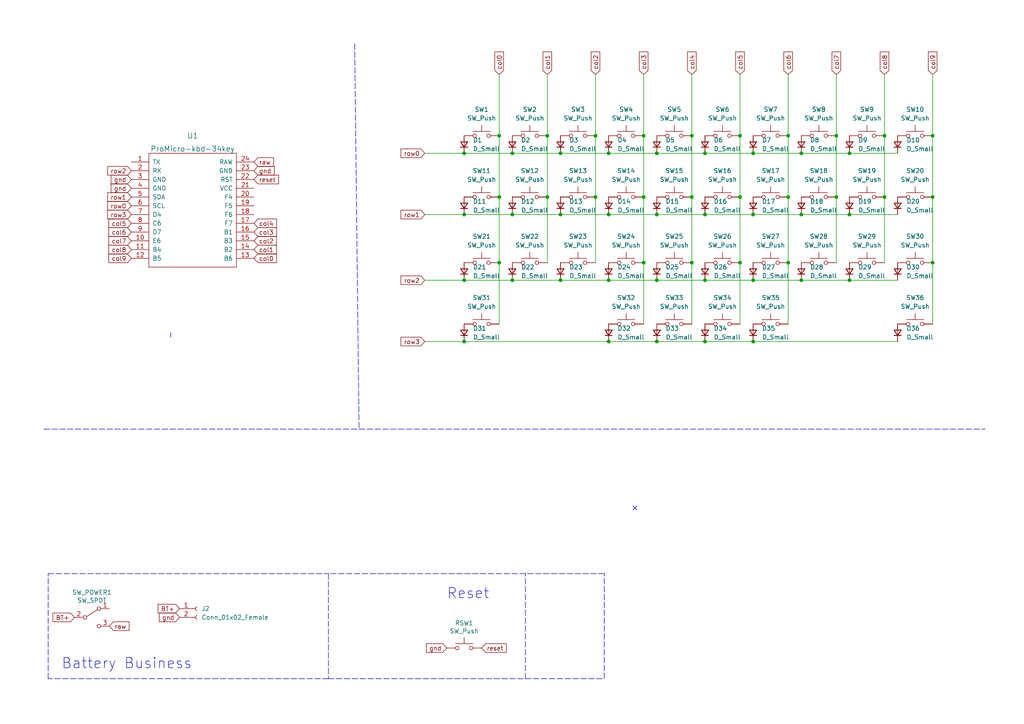
<source format=kicad_sch>
(kicad_sch (version 20211123) (generator eeschema)
  (paper "A4")
  (lib_symbols
    (symbol "Connector:Conn_01x02_Female" (pin_names (offset 1.016) hide)
      (property "Reference" "J" (at 0 2.54 0))
      (property "Value" "Conn_01x02_Female" (at 0 -5.08 0))
      (symbol "Conn_01x02_Female_1_1"
        (arc (start 0 -2.032) (mid -0.508 -2.54) (end 0 -3.048) (stroke (width 0.1524)))
        (polyline (pts (xy -1.27 -2.54) (xy -0.508 -2.54)) (stroke (width 0.1524)))
        (polyline (pts (xy -1.27 0) (xy -0.508 0)) (stroke (width 0.1524)))
        (arc (start 0 0.508) (mid -0.508 0) (end 0 -0.508) (stroke (width 0.1524)))
        (pin passive line (at -5.08 0 0) (length 3.81) (name "Pin_1") (number "1"))
        (pin passive line (at -5.08 -2.54 0) (length 3.81) (name "Pin_2") (number "2"))
      )
    )
    (symbol "ENDGAME_UWU_Gatekeeper_stuff:D_Small" (pin_numbers hide) (pin_names (offset 0.254) hide)
      (property "Reference" "D4" (at 1.778 1.1684 90))
      (property "Value" "D_Small" (at 1.778 -1.143 90))
      (symbol "D_Small_0_1"
        (polyline (pts (xy -0.762 -1.016) (xy -0.762 1.016)) (stroke (width 0.254)))
        (polyline (pts (xy -0.762 0) (xy 0.762 0)))
        (polyline (pts (xy 0.762 -1.016) (xy -0.762 0) (xy 0.762 1.016) (xy 0.762 -1.016)) (stroke (width 0.254)))
      )
      (symbol "D_Small_1_1"
        (pin passive line (at -2.54 0 0) (length 1.778) (name "K") (number "1"))
        (pin passive line (at 2.54 0 180) (length 1.778) (name "A") (number "2"))
      )
    )
    (symbol "ENDGAME_UWU_Gatekeeper_stuff:ProMicro-kbd-34key" (pin_names (offset 1.016))
      (property "Reference" "U" (at 0 24.13 0))
      (property "Value" "ProMicro-kbd-34key" (at 0 -13.97 0))
      (symbol "ProMicro-kbd-34key_0_1"
        (rectangle (start -12.7 21.59) (end 12.7 -11.43))
      )
      (symbol "ProMicro-kbd-34key_1_1"
        (pin bidirectional line (at -17.78 19.05 0) (length 5.08) (name "TX") (number "1"))
        (pin bidirectional line (at -17.78 -3.81 0) (length 5.08) (name "E6") (number "10"))
        (pin bidirectional line (at -17.78 -6.35 0) (length 5.08) (name "B4") (number "11"))
        (pin bidirectional line (at -17.78 -8.89 0) (length 5.08) (name "B5") (number "12"))
        (pin bidirectional line (at 17.78 -8.89 180) (length 5.08) (name "B6") (number "13"))
        (pin bidirectional line (at 17.78 -6.35 180) (length 5.08) (name "B2") (number "14"))
        (pin bidirectional line (at 17.78 -3.81 180) (length 5.08) (name "B3") (number "15"))
        (pin bidirectional line (at 17.78 -1.27 180) (length 5.08) (name "B1") (number "16"))
        (pin bidirectional line (at 17.78 1.27 180) (length 5.08) (name "F7") (number "17"))
        (pin bidirectional line (at 17.78 3.81 180) (length 5.08) (name "F6") (number "18"))
        (pin bidirectional line (at 17.78 6.35 180) (length 5.08) (name "F5") (number "19"))
        (pin bidirectional line (at -17.78 16.51 0) (length 5.08) (name "RX") (number "2"))
        (pin bidirectional line (at 17.78 8.89 180) (length 5.08) (name "F4") (number "20"))
        (pin power_in line (at 17.78 11.43 180) (length 5.08) (name "VCC") (number "21"))
        (pin input line (at 17.78 13.97 180) (length 5.08) (name "RST") (number "22"))
        (pin power_in line (at 17.78 16.51 180) (length 5.08) (name "GND") (number "23"))
        (pin power_out line (at 17.78 19.05 180) (length 5.08) (name "RAW") (number "24"))
        (pin power_in line (at -17.78 13.97 0) (length 5.08) (name "GND") (number "3"))
        (pin power_in line (at -17.78 11.43 0) (length 5.08) (name "GND") (number "4"))
        (pin bidirectional line (at -17.78 8.89 0) (length 5.08) (name "SDA") (number "5"))
        (pin bidirectional line (at -17.78 6.35 0) (length 5.08) (name "SCL") (number "6"))
        (pin bidirectional line (at -17.78 3.81 0) (length 5.08) (name "D4") (number "7"))
        (pin bidirectional line (at -17.78 1.27 0) (length 5.08) (name "C6") (number "8"))
        (pin bidirectional line (at -17.78 -1.27 0) (length 5.08) (name "D7") (number "9"))
      )
    )
    (symbol "ENDGAME_UWU_Gatekeeper_stuff:SW_Push" (pin_numbers hide) (pin_names (offset 1.016) hide)
      (property "Reference" "SW" (at 1.27 2.54 0))
      (property "Value" "SW_Push" (at 0 -1.524 0))
      (symbol "SW_Push_0_1"
        (circle (center -2.032 0) (radius 0.508))
        (polyline (pts (xy 0 1.27) (xy 0 3.048)))
        (polyline (pts (xy 2.54 1.27) (xy -2.54 1.27)))
        (circle (center 2.032 0) (radius 0.508))
        (pin passive line (at -5.08 0 0) (length 2.54) (name "1") (number "1"))
        (pin passive line (at 5.08 0 180) (length 2.54) (name "2") (number "2"))
      )
    )
    (symbol "Switch:SW_Push" (pin_numbers hide) (pin_names (offset 1.016) hide)
      (property "Reference" "SW" (at 1.27 2.54 0))
      (property "Value" "SW_Push" (at 0 -1.524 0))
      (symbol "SW_Push_0_1"
        (circle (center -2.032 0) (radius 0.508))
        (polyline (pts (xy 0 1.27) (xy 0 3.048)))
        (polyline (pts (xy 2.54 1.27) (xy -2.54 1.27)))
        (circle (center 2.032 0) (radius 0.508))
        (pin passive line (at -5.08 0 0) (length 2.54) (name "1") (number "1"))
        (pin passive line (at 5.08 0 180) (length 2.54) (name "2") (number "2"))
      )
    )
    (symbol "Switch:SW_SPDT" (pin_names (offset 0) hide)
      (property "Reference" "SW" (at 0 4.318 0))
      (property "Value" "SW_SPDT" (at 0 -5.08 0))
      (symbol "SW_SPDT_0_0"
        (circle (center -2.032 0) (radius 0.508))
        (circle (center 2.032 -2.54) (radius 0.508))
      )
      (symbol "SW_SPDT_0_1"
        (polyline (pts (xy -1.524 0.254) (xy 1.651 2.286)))
        (circle (center 2.032 2.54) (radius 0.508))
      )
      (symbol "SW_SPDT_1_1"
        (pin passive line (at 5.08 2.54 180) (length 2.54) (name "A") (number "1"))
        (pin passive line (at -5.08 0 0) (length 2.54) (name "B") (number "2"))
        (pin passive line (at 5.08 -2.54 180) (length 2.54) (name "C") (number "3"))
      )
    )
  )
  (junction (at 134.62 81.28))
  (junction (at 232.41 62.23))
  (junction (at 228.6 57.15))
  (junction (at 270.51 76.2))
  (junction (at 162.56 44.45))
  (junction (at 176.53 44.45))
  (junction (at 242.57 39.37))
  (junction (at 176.53 99.06))
  (junction (at 186.69 57.15))
  (junction (at 256.54 57.15))
  (junction (at 144.78 76.2))
  (junction (at 162.56 81.28))
  (junction (at 148.59 44.45))
  (junction (at 218.44 99.06))
  (junction (at 176.53 81.28))
  (junction (at 228.6 76.2))
  (junction (at 214.63 76.2))
  (junction (at 144.78 39.37))
  (junction (at 186.69 76.2))
  (junction (at 204.47 62.23))
  (junction (at 134.62 44.45))
  (junction (at 200.66 39.37))
  (junction (at 134.62 99.06))
  (junction (at 246.38 62.23))
  (junction (at 218.44 81.28))
  (junction (at 270.51 39.37))
  (junction (at 162.56 62.23))
  (junction (at 270.51 57.15))
  (junction (at 218.44 62.23))
  (junction (at 190.5 81.28))
  (junction (at 148.59 81.28))
  (junction (at 144.78 57.15))
  (junction (at 204.47 44.45))
  (junction (at 134.62 62.23))
  (junction (at 200.66 76.2))
  (junction (at 158.75 39.37))
  (junction (at 190.5 99.06))
  (junction (at 246.38 44.45))
  (junction (at 186.69 39.37))
  (junction (at 232.41 81.28))
  (junction (at 214.63 39.37))
  (junction (at 204.47 81.28))
  (junction (at 200.66 57.15))
  (junction (at 172.72 57.15))
  (junction (at 148.59 62.23))
  (junction (at 232.41 44.45))
  (junction (at 190.5 44.45))
  (junction (at 256.54 39.37))
  (junction (at 190.5 62.23))
  (junction (at 228.6 39.37))
  (junction (at 158.75 57.15))
  (junction (at 242.57 57.15))
  (junction (at 176.53 62.23))
  (junction (at 218.44 44.45))
  (junction (at 172.72 39.37))
  (junction (at 246.38 81.28))
  (junction (at 214.63 57.15))
  (junction (at 204.47 99.06))
  (no_connect (at 184.15 147.32))
  (wire (pts (xy 176.53 62.23) (xy 190.5 62.23)))
  (wire (pts (xy 246.38 62.23) (xy 260.35 62.23)))
  (wire (pts (xy 214.63 76.2) (xy 214.63 93.98)))
  (polyline (pts (xy 13.97 196.85) (xy 13.97 166.37)))
  (wire (pts (xy 186.69 57.15) (xy 186.69 76.2)))
  (wire (pts (xy 214.63 39.37) (xy 214.63 57.15)))
  (wire (pts (xy 158.75 57.15) (xy 158.75 76.2)))
  (wire (pts (xy 270.51 57.15) (xy 270.51 76.2)))
  (wire (pts (xy 148.59 62.23) (xy 162.56 62.23)))
  (wire (pts (xy 228.6 76.2) (xy 228.6 93.98)))
  (wire (pts (xy 134.62 44.45) (xy 148.59 44.45)))
  (polyline (pts (xy 13.97 166.37) (xy 95.25 166.37)))
  (wire (pts (xy 172.72 21.59) (xy 172.72 39.37)))
  (wire (pts (xy 148.59 44.45) (xy 162.56 44.45)))
  (polyline (pts (xy 95.25 196.85) (xy 13.97 196.85)))
  (polyline (pts (xy 49.53 97.79) (xy 49.53 96.52)))
  (wire (pts (xy 158.75 39.37) (xy 158.75 57.15)))
  (wire (pts (xy 228.6 21.59) (xy 228.6 39.37)))
  (wire (pts (xy 246.38 44.45) (xy 260.35 44.45)))
  (polyline (pts (xy 152.4 196.85) (xy 152.4 166.37)))
  (wire (pts (xy 256.54 39.37) (xy 256.54 57.15)))
  (wire (pts (xy 246.38 81.28) (xy 260.35 81.28)))
  (wire (pts (xy 176.53 99.06) (xy 190.5 99.06)))
  (wire (pts (xy 123.19 99.06) (xy 134.62 99.06)))
  (wire (pts (xy 123.19 62.23) (xy 134.62 62.23)))
  (polyline (pts (xy 152.4 166.37) (xy 95.25 166.37)))
  (wire (pts (xy 190.5 44.45) (xy 204.47 44.45)))
  (wire (pts (xy 218.44 81.28) (xy 232.41 81.28)))
  (wire (pts (xy 172.72 39.37) (xy 172.72 57.15)))
  (wire (pts (xy 186.69 39.37) (xy 186.69 57.15)))
  (wire (pts (xy 186.69 76.2) (xy 186.69 93.98)))
  (wire (pts (xy 270.51 76.2) (xy 270.51 93.98)))
  (wire (pts (xy 204.47 81.28) (xy 218.44 81.28)))
  (wire (pts (xy 134.62 62.23) (xy 148.59 62.23)))
  (wire (pts (xy 144.78 57.15) (xy 144.78 76.2)))
  (polyline (pts (xy 102.87 12.7) (xy 104.14 124.46)))
  (wire (pts (xy 242.57 39.37) (xy 242.57 57.15)))
  (wire (pts (xy 162.56 62.23) (xy 176.53 62.23)))
  (wire (pts (xy 256.54 21.59) (xy 256.54 39.37)))
  (wire (pts (xy 204.47 62.23) (xy 218.44 62.23)))
  (wire (pts (xy 256.54 57.15) (xy 256.54 76.2)))
  (wire (pts (xy 232.41 44.45) (xy 246.38 44.45)))
  (wire (pts (xy 176.53 44.45) (xy 190.5 44.45)))
  (polyline (pts (xy 95.25 196.85) (xy 152.4 196.85)))
  (wire (pts (xy 190.5 99.06) (xy 204.47 99.06)))
  (wire (pts (xy 214.63 57.15) (xy 214.63 76.2)))
  (wire (pts (xy 162.56 44.45) (xy 176.53 44.45)))
  (wire (pts (xy 190.5 62.23) (xy 204.47 62.23)))
  (wire (pts (xy 218.44 62.23) (xy 232.41 62.23)))
  (polyline (pts (xy 12.7 124.46) (xy 104.14 124.46)))
  (wire (pts (xy 158.75 21.59) (xy 158.75 39.37)))
  (polyline (pts (xy 95.25 166.37) (xy 95.25 196.85)))
  (wire (pts (xy 242.57 57.15) (xy 242.57 76.2)))
  (wire (pts (xy 144.78 76.2) (xy 144.78 93.98)))
  (wire (pts (xy 162.56 81.28) (xy 176.53 81.28)))
  (wire (pts (xy 228.6 39.37) (xy 228.6 57.15)))
  (wire (pts (xy 144.78 21.59) (xy 144.78 39.37)))
  (wire (pts (xy 144.78 39.37) (xy 144.78 57.15)))
  (wire (pts (xy 186.69 21.59) (xy 186.69 39.37)))
  (wire (pts (xy 123.19 44.45) (xy 134.62 44.45)))
  (wire (pts (xy 232.41 62.23) (xy 246.38 62.23)))
  (wire (pts (xy 204.47 99.06) (xy 218.44 99.06)))
  (wire (pts (xy 134.62 99.06) (xy 176.53 99.06)))
  (polyline (pts (xy 175.26 166.37) (xy 152.4 166.37)))
  (wire (pts (xy 176.53 81.28) (xy 190.5 81.28)))
  (polyline (pts (xy 175.26 196.85) (xy 175.26 166.37)))
  (wire (pts (xy 204.47 44.45) (xy 218.44 44.45)))
  (wire (pts (xy 232.41 81.28) (xy 246.38 81.28)))
  (wire (pts (xy 200.66 76.2) (xy 200.66 93.98)))
  (wire (pts (xy 270.51 39.37) (xy 270.51 57.15)))
  (wire (pts (xy 200.66 57.15) (xy 200.66 76.2)))
  (wire (pts (xy 148.59 81.28) (xy 162.56 81.28)))
  (polyline (pts (xy 104.14 124.46) (xy 285.75 124.46)))
  (wire (pts (xy 214.63 21.59) (xy 214.63 39.37)))
  (wire (pts (xy 200.66 21.59) (xy 200.66 39.37)))
  (wire (pts (xy 190.5 81.28) (xy 204.47 81.28)))
  (wire (pts (xy 218.44 99.06) (xy 260.35 99.06)))
  (wire (pts (xy 270.51 21.59) (xy 270.51 39.37)))
  (wire (pts (xy 123.19 81.28) (xy 134.62 81.28)))
  (wire (pts (xy 200.66 39.37) (xy 200.66 57.15)))
  (wire (pts (xy 242.57 21.59) (xy 242.57 39.37)))
  (polyline (pts (xy 152.4 196.85) (xy 175.26 196.85)))
  (wire (pts (xy 228.6 57.15) (xy 228.6 76.2)))
  (wire (pts (xy 218.44 44.45) (xy 232.41 44.45)))
  (wire (pts (xy 134.62 81.28) (xy 148.59 81.28)))
  (wire (pts (xy 172.72 57.15) (xy 172.72 76.2)))
  (text "Reset" (at 129.54 173.99 0) (effects (font (size 2.9972 2.9972)) (justify left bottom)))
  (text "Battery Business" (at 17.78 194.31 0) (effects (font (size 2.9972 2.9972)) (justify left bottom)))
  (global_label "gnd" (shape input) (at 129.54 187.96 180) (property "Intersheet References" "${INTERSHEET_REFS}" (effects hide)))
  (global_label "col2" (shape input) (at 172.72 21.59 90) (property "Intersheet References" "${INTERSHEET_REFS}" (effects hide)))
  (global_label "col5" (shape input) (at 38.1 64.77 180) (property "Intersheet References" "${INTERSHEET_REFS}" (effects hide)))
  (global_label "gnd" (shape input) (at 38.1 52.07 180) (property "Intersheet References" "${INTERSHEET_REFS}" (effects hide)))
  (global_label "row1" (shape input) (at 38.1 57.15 180) (property "Intersheet References" "${INTERSHEET_REFS}" (effects hide)))
  (global_label "col1" (shape input) (at 158.75 21.59 90) (property "Intersheet References" "${INTERSHEET_REFS}" (effects hide)))
  (global_label "row3" (shape input) (at 38.1 62.23 180) (property "Intersheet References" "${INTERSHEET_REFS}" (effects hide)))
  (global_label "raw" (shape input) (at 31.75 181.61 0) (property "Intersheet References" "${INTERSHEET_REFS}" (effects hide)))
  (global_label "col7" (shape input) (at 38.1 69.85 180) (property "Intersheet References" "${INTERSHEET_REFS}" (effects hide)))
  (global_label "row2" (shape input) (at 38.1 49.53 180) (property "Intersheet References" "${INTERSHEET_REFS}" (effects hide)))
  (global_label "gnd" (shape input) (at 38.1 54.61 180) (property "Intersheet References" "${INTERSHEET_REFS}" (effects hide)))
  (global_label "BT+" (shape input) (at 52.07 176.53 180) (property "Intersheet References" "${INTERSHEET_REFS}" (effects hide)))
  (global_label "col6" (shape input) (at 38.1 67.31 180) (property "Intersheet References" "${INTERSHEET_REFS}" (effects hide)))
  (global_label "reset" (shape input) (at 73.66 52.07 0) (property "Intersheet References" "${INTERSHEET_REFS}" (effects hide)))
  (global_label "col1" (shape input) (at 73.66 72.39 0) (property "Intersheet References" "${INTERSHEET_REFS}" (effects hide)))
  (global_label "BT+" (shape input) (at 21.59 179.07 180) (property "Intersheet References" "${INTERSHEET_REFS}" (effects hide)))
  (global_label "col5" (shape input) (at 214.63 21.59 90) (property "Intersheet References" "${INTERSHEET_REFS}" (effects hide)))
  (global_label "col4" (shape input) (at 73.66 64.77 0) (property "Intersheet References" "${INTERSHEET_REFS}" (effects hide)))
  (global_label "row2" (shape input) (at 123.19 81.28 180) (property "Intersheet References" "${INTERSHEET_REFS}" (effects hide)))
  (global_label "col9" (shape input) (at 270.51 21.59 90) (property "Intersheet References" "${INTERSHEET_REFS}" (effects hide)))
  (global_label "row1" (shape input) (at 123.19 62.23 180) (property "Intersheet References" "${INTERSHEET_REFS}" (effects hide)))
  (global_label "col2" (shape input) (at 73.66 69.85 0) (property "Intersheet References" "${INTERSHEET_REFS}" (effects hide)))
  (global_label "gnd" (shape input) (at 52.07 179.07 180) (property "Intersheet References" "${INTERSHEET_REFS}" (effects hide)))
  (global_label "reset" (shape input) (at 139.7 187.96 0) (property "Intersheet References" "${INTERSHEET_REFS}" (effects hide)))
  (global_label "col3" (shape input) (at 186.69 21.59 90) (property "Intersheet References" "${INTERSHEET_REFS}" (effects hide)))
  (global_label "gnd" (shape input) (at 73.66 49.53 0) (property "Intersheet References" "${INTERSHEET_REFS}" (effects hide)))
  (global_label "col3" (shape input) (at 73.66 67.31 0) (property "Intersheet References" "${INTERSHEET_REFS}" (effects hide)))
  (global_label "raw" (shape input) (at 73.66 46.99 0) (property "Intersheet References" "${INTERSHEET_REFS}" (effects hide)))
  (global_label "row0" (shape input) (at 38.1 59.69 180) (property "Intersheet References" "${INTERSHEET_REFS}" (effects hide)))
  (global_label "col8" (shape input) (at 256.54 21.59 90) (property "Intersheet References" "${INTERSHEET_REFS}" (effects hide)))
  (global_label "col4" (shape input) (at 200.66 21.59 90) (property "Intersheet References" "${INTERSHEET_REFS}" (effects hide)))
  (global_label "col0" (shape input) (at 73.66 74.93 0) (property "Intersheet References" "${INTERSHEET_REFS}" (effects hide)))
  (global_label "col8" (shape input) (at 38.1 72.39 180) (property "Intersheet References" "${INTERSHEET_REFS}" (effects hide)))
  (global_label "col6" (shape input) (at 228.6 21.59 90) (property "Intersheet References" "${INTERSHEET_REFS}" (effects hide)))
  (global_label "row0" (shape input) (at 123.19 44.45 180) (property "Intersheet References" "${INTERSHEET_REFS}" (effects hide)))
  (global_label "col7" (shape input) (at 242.57 21.59 90) (property "Intersheet References" "${INTERSHEET_REFS}" (effects hide)))
  (global_label "row3" (shape input) (at 123.19 99.06 180) (property "Intersheet References" "${INTERSHEET_REFS}" (effects hide)))
  (global_label "col0" (shape input) (at 144.78 21.59 90) (property "Intersheet References" "${INTERSHEET_REFS}" (effects hide)))
  (global_label "col9" (shape input) (at 38.1 74.93 180) (property "Intersheet References" "${INTERSHEET_REFS}" (effects hide)))
  (symbol (lib_id "ENDGAME_UWU_Gatekeeper_stuff:SW_Push") (at 181.61 93.98 0) (unit 1)
    (property "Reference" "SW32" (at 181.61 86.36 0))
    (property "Value" "SW_Push" (at 181.61 88.9 0))
    (property "Footprint" "keyswitches:Kailh_socket_PG1350_optional_CLEAN" (effects hide))
  )
  (symbol (lib_id "ENDGAME_UWU_Gatekeeper_stuff:D_Small") (at 204.47 96.52 90) (unit 1)
    (property "Reference" "D34" (at 207.01 95.2499 90) (effects (justify right)))
    (property "Value" "D_Small" (at 207.01 97.7899 90) (effects (justify right)))
    (property "Footprint" "Diode_SMD:D_SOD-123 CLEAN" (effects hide))
  )
  (symbol (lib_id "ENDGAME_UWU_Gatekeeper_stuff:SW_Push") (at 153.67 76.2 0) (unit 1)
    (property "Reference" "SW22" (at 153.67 68.58 0))
    (property "Value" "SW_Push" (at 153.67 71.12 0))
    (property "Footprint" "keyswitches:Kailh_socket_PG1350_optional_CLEAN" (effects hide))
  )
  (symbol (lib_id "ENDGAME_UWU_Gatekeeper_stuff:SW_Push") (at 223.52 57.15 0) (unit 1)
    (property "Reference" "SW17" (at 223.52 49.53 0))
    (property "Value" "SW_Push" (at 223.52 52.07 0))
    (property "Footprint" "keyswitches:Kailh_socket_PG1350_optional_CLEAN" (effects hide))
  )
  (symbol (lib_id "Switch:SW_SPDT") (at 26.67 179.07 0) (unit 1)
    (property "Reference" "SW_POWER1" (at 26.67 171.831 0))
    (property "Value" "SW_SPDT" (at 26.67 174.1424 0))
    (property "Footprint" "Button_Switch_SMD:SW_SPDT_PCM12" (effects hide))
  )
  (symbol (lib_id "ENDGAME_UWU_Gatekeeper_stuff:D_Small") (at 162.56 78.74 90) (unit 1)
    (property "Reference" "D23" (at 165.1 77.4699 90) (effects (justify right)))
    (property "Value" "D_Small" (at 165.1 80.0099 90) (effects (justify right)))
    (property "Footprint" "Diode_SMD:D_SOD-123 CLEAN" (effects hide))
  )
  (symbol (lib_id "ENDGAME_UWU_Gatekeeper_stuff:SW_Push") (at 265.43 93.98 0) (unit 1)
    (property "Reference" "SW36" (at 265.43 86.36 0))
    (property "Value" "SW_Push" (at 265.43 88.9 0))
    (property "Footprint" "keyswitches:Kailh_socket_PG1350_optional_CLEAN" (effects hide))
  )
  (symbol (lib_id "ENDGAME_UWU_Gatekeeper_stuff:SW_Push") (at 237.49 76.2 0) (unit 1)
    (property "Reference" "SW28" (at 237.49 68.58 0))
    (property "Value" "SW_Push" (at 237.49 71.12 0))
    (property "Footprint" "keyswitches:Kailh_socket_PG1350_optional_CLEAN" (effects hide))
  )
  (symbol (lib_id "ENDGAME_UWU_Gatekeeper_stuff:SW_Push") (at 181.61 57.15 0) (unit 1)
    (property "Reference" "SW14" (at 181.61 49.53 0))
    (property "Value" "SW_Push" (at 181.61 52.07 0))
    (property "Footprint" "keyswitches:Kailh_socket_PG1350_optional_CLEAN" (effects hide))
  )
  (symbol (lib_id "ENDGAME_UWU_Gatekeeper_stuff:ProMicro-kbd-34key") (at 55.88 66.04 0) (unit 1)
    (property "Reference" "U1" (at 55.88 39.37 0) (effects (font (size 1.524 1.524))))
    (property "Value" "ProMicro-kbd-34key" (at 55.88 43.18 0) (effects (font (size 1.524 1.524))))
    (property "Footprint" "Keebio-Parts:Elite-C-castellated-24pin-holes" (effects hide))
  )
  (symbol (lib_id "ENDGAME_UWU_Gatekeeper_stuff:D_Small") (at 204.47 59.69 90) (unit 1)
    (property "Reference" "D16" (at 207.01 58.4199 90) (effects (justify right)))
    (property "Value" "D_Small" (at 207.01 60.9599 90) (effects (justify right)))
    (property "Footprint" "Diode_SMD:D_SOD-123 CLEAN" (effects hide))
  )
  (symbol (lib_id "ENDGAME_UWU_Gatekeeper_stuff:SW_Push") (at 209.55 93.98 0) (unit 1)
    (property "Reference" "SW34" (at 209.55 86.36 0))
    (property "Value" "SW_Push" (at 209.55 88.9 0))
    (property "Footprint" "keyswitches:Kailh_socket_PG1350_optional_CLEAN" (effects hide))
  )
  (symbol (lib_id "ENDGAME_UWU_Gatekeeper_stuff:D_Small") (at 176.53 59.69 90) (unit 1)
    (property "Reference" "D14" (at 179.07 58.4199 90) (effects (justify right)))
    (property "Value" "D_Small" (at 179.07 60.9599 90) (effects (justify right)))
    (property "Footprint" "Diode_SMD:D_SOD-123 CLEAN" (effects hide))
  )
  (symbol (lib_id "ENDGAME_UWU_Gatekeeper_stuff:SW_Push") (at 251.46 76.2 0) (unit 1)
    (property "Reference" "SW29" (at 251.46 68.58 0))
    (property "Value" "SW_Push" (at 251.46 71.12 0))
    (property "Footprint" "keyswitches:Kailh_socket_PG1350_optional_CLEAN" (effects hide))
  )
  (symbol (lib_id "ENDGAME_UWU_Gatekeeper_stuff:SW_Push") (at 195.58 39.37 0) (unit 1)
    (property "Reference" "SW5" (at 195.58 31.75 0))
    (property "Value" "SW_Push" (at 195.58 34.29 0))
    (property "Footprint" "keyswitches:Kailh_socket_PG1350_optional_CLEAN" (effects hide))
  )
  (symbol (lib_id "ENDGAME_UWU_Gatekeeper_stuff:D_Small") (at 134.62 78.74 90) (unit 1)
    (property "Reference" "D21" (at 137.16 77.4699 90) (effects (justify right)))
    (property "Value" "D_Small" (at 137.16 80.0099 90) (effects (justify right)))
    (property "Footprint" "Diode_SMD:D_SOD-123 CLEAN" (effects hide))
  )
  (symbol (lib_id "ENDGAME_UWU_Gatekeeper_stuff:SW_Push") (at 209.55 57.15 0) (unit 1)
    (property "Reference" "SW16" (at 209.55 49.53 0))
    (property "Value" "SW_Push" (at 209.55 52.07 0))
    (property "Footprint" "keyswitches:Kailh_socket_PG1350_optional_CLEAN" (effects hide))
  )
  (symbol (lib_id "ENDGAME_UWU_Gatekeeper_stuff:D_Small") (at 162.56 59.69 90) (unit 1)
    (property "Reference" "D13" (at 165.1 58.4199 90) (effects (justify right)))
    (property "Value" "D_Small" (at 165.1 60.9599 90) (effects (justify right)))
    (property "Footprint" "Diode_SMD:D_SOD-123 CLEAN" (effects hide))
  )
  (symbol (lib_id "ENDGAME_UWU_Gatekeeper_stuff:SW_Push") (at 209.55 39.37 0) (unit 1)
    (property "Reference" "SW6" (at 209.55 31.75 0))
    (property "Value" "SW_Push" (at 209.55 34.29 0))
    (property "Footprint" "keyswitches:Kailh_socket_PG1350_optional_CLEAN" (effects hide))
  )
  (symbol (lib_id "ENDGAME_UWU_Gatekeeper_stuff:D_Small") (at 134.62 96.52 90) (unit 1)
    (property "Reference" "D31" (at 137.16 95.2499 90) (effects (justify right)))
    (property "Value" "D_Small" (at 137.16 97.7899 90) (effects (justify right)))
    (property "Footprint" "Diode_SMD:D_SOD-123 CLEAN" (effects hide))
  )
  (symbol (lib_id "ENDGAME_UWU_Gatekeeper_stuff:SW_Push") (at 195.58 93.98 0) (unit 1)
    (property "Reference" "SW33" (at 195.58 86.36 0))
    (property "Value" "SW_Push" (at 195.58 88.9 0))
    (property "Footprint" "keyswitches:Kailh_socket_PG1350_optional_CLEAN" (effects hide))
  )
  (symbol (lib_id "ENDGAME_UWU_Gatekeeper_stuff:D_Small") (at 190.5 96.52 90) (unit 1)
    (property "Reference" "D33" (at 193.04 95.2499 90) (effects (justify right)))
    (property "Value" "D_Small" (at 193.04 97.7899 90) (effects (justify right)))
    (property "Footprint" "Diode_SMD:D_SOD-123 CLEAN" (effects hide))
  )
  (symbol (lib_id "ENDGAME_UWU_Gatekeeper_stuff:D_Small") (at 134.62 59.69 90) (unit 1)
    (property "Reference" "D11" (at 137.16 58.4199 90) (effects (justify right)))
    (property "Value" "D_Small" (at 137.16 60.9599 90) (effects (justify right)))
    (property "Footprint" "Diode_SMD:D_SOD-123 CLEAN" (effects hide))
  )
  (symbol (lib_id "ENDGAME_UWU_Gatekeeper_stuff:SW_Push") (at 167.64 76.2 0) (unit 1)
    (property "Reference" "SW23" (at 167.64 68.58 0))
    (property "Value" "SW_Push" (at 167.64 71.12 0))
    (property "Footprint" "keyswitches:Kailh_socket_PG1350_optional_CLEAN" (effects hide))
  )
  (symbol (lib_id "ENDGAME_UWU_Gatekeeper_stuff:SW_Push") (at 181.61 76.2 0) (unit 1)
    (property "Reference" "SW24" (at 181.61 68.58 0))
    (property "Value" "SW_Push" (at 181.61 71.12 0))
    (property "Footprint" "keyswitches:Kailh_socket_PG1350_optional_CLEAN" (effects hide))
  )
  (symbol (lib_id "ENDGAME_UWU_Gatekeeper_stuff:SW_Push") (at 153.67 57.15 0) (unit 1)
    (property "Reference" "SW12" (at 153.67 49.53 0))
    (property "Value" "SW_Push" (at 153.67 52.07 0))
    (property "Footprint" "keyswitches:Kailh_socket_PG1350_optional_CLEAN" (effects hide))
  )
  (symbol (lib_id "ENDGAME_UWU_Gatekeeper_stuff:D_Small") (at 204.47 41.91 90) (unit 1)
    (property "Reference" "D6" (at 207.01 40.6399 90) (effects (justify right)))
    (property "Value" "D_Small" (at 207.01 43.1799 90) (effects (justify right)))
    (property "Footprint" "Diode_SMD:D_SOD-123 CLEAN" (effects hide))
  )
  (symbol (lib_id "ENDGAME_UWU_Gatekeeper_stuff:D_Small") (at 176.53 96.52 90) (unit 1)
    (property "Reference" "D32" (at 179.07 95.2499 90) (effects (justify right)))
    (property "Value" "D_Small" (at 179.07 97.7899 90) (effects (justify right)))
    (property "Footprint" "Diode_SMD:D_SOD-123 CLEAN" (effects hide))
  )
  (symbol (lib_id "ENDGAME_UWU_Gatekeeper_stuff:D_Small") (at 246.38 78.74 90) (unit 1)
    (property "Reference" "D29" (at 248.92 77.4699 90) (effects (justify right)))
    (property "Value" "D_Small" (at 248.92 80.0099 90) (effects (justify right)))
    (property "Footprint" "Diode_SMD:D_SOD-123 CLEAN" (effects hide))
  )
  (symbol (lib_id "ENDGAME_UWU_Gatekeeper_stuff:D_Small") (at 232.41 78.74 90) (unit 1)
    (property "Reference" "D28" (at 234.95 77.4699 90) (effects (justify right)))
    (property "Value" "D_Small" (at 234.95 80.0099 90) (effects (justify right)))
    (property "Footprint" "Diode_SMD:D_SOD-123 CLEAN" (effects hide))
  )
  (symbol (lib_id "ENDGAME_UWU_Gatekeeper_stuff:SW_Push") (at 139.7 93.98 0) (unit 1)
    (property "Reference" "SW31" (at 139.7 86.36 0))
    (property "Value" "SW_Push" (at 139.7 88.9 0))
    (property "Footprint" "keyswitches:Kailh_socket_PG1350_optional_CLEAN" (effects hide))
  )
  (symbol (lib_id "ENDGAME_UWU_Gatekeeper_stuff:D_Small") (at 134.62 41.91 90) (unit 1)
    (property "Reference" "D1" (at 137.16 40.6399 90) (effects (justify right)))
    (property "Value" "D_Small" (at 137.16 43.1799 90) (effects (justify right)))
    (property "Footprint" "Diode_SMD:D_SOD-123 CLEAN" (effects hide))
  )
  (symbol (lib_id "ENDGAME_UWU_Gatekeeper_stuff:D_Small") (at 246.38 59.69 90) (unit 1)
    (property "Reference" "D19" (at 248.92 58.4199 90) (effects (justify right)))
    (property "Value" "D_Small" (at 248.92 60.9599 90) (effects (justify right)))
    (property "Footprint" "Diode_SMD:D_SOD-123 CLEAN" (effects hide))
  )
  (symbol (lib_id "ENDGAME_UWU_Gatekeeper_stuff:SW_Push") (at 251.46 57.15 0) (unit 1)
    (property "Reference" "SW19" (at 251.46 49.53 0))
    (property "Value" "SW_Push" (at 251.46 52.07 0))
    (property "Footprint" "keyswitches:Kailh_socket_PG1350_optional_CLEAN" (effects hide))
  )
  (symbol (lib_id "ENDGAME_UWU_Gatekeeper_stuff:SW_Push") (at 265.43 39.37 0) (unit 1)
    (property "Reference" "SW10" (at 265.43 31.75 0))
    (property "Value" "SW_Push" (at 265.43 34.29 0))
    (property "Footprint" "keyswitches:Kailh_socket_PG1350_optional_CLEAN" (effects hide))
  )
  (symbol (lib_id "ENDGAME_UWU_Gatekeeper_stuff:D_Small") (at 218.44 78.74 90) (unit 1)
    (property "Reference" "D27" (at 220.98 77.4699 90) (effects (justify right)))
    (property "Value" "D_Small" (at 220.98 80.0099 90) (effects (justify right)))
    (property "Footprint" "Diode_SMD:D_SOD-123 CLEAN" (effects hide))
  )
  (symbol (lib_id "ENDGAME_UWU_Gatekeeper_stuff:SW_Push") (at 265.43 57.15 0) (unit 1)
    (property "Reference" "SW20" (at 265.43 49.53 0))
    (property "Value" "SW_Push" (at 265.43 52.07 0))
    (property "Footprint" "keyswitches:Kailh_socket_PG1350_optional_CLEAN" (effects hide))
  )
  (symbol (lib_id "Switch:SW_Push") (at 134.62 187.96 0) (unit 1)
    (property "Reference" "RSW1" (at 134.62 180.721 0))
    (property "Value" "SW_Push" (at 134.62 183.0324 0))
    (property "Footprint" "Button_Switch_SMD:SW_SPST_TL3342" (effects hide))
  )
  (symbol (lib_id "ENDGAME_UWU_Gatekeeper_stuff:D_Small") (at 190.5 78.74 90) (unit 1)
    (property "Reference" "D25" (at 193.04 77.4699 90) (effects (justify right)))
    (property "Value" "D_Small" (at 193.04 80.0099 90) (effects (justify right)))
    (property "Footprint" "Diode_SMD:D_SOD-123 CLEAN" (effects hide))
  )
  (symbol (lib_id "ENDGAME_UWU_Gatekeeper_stuff:D_Small") (at 218.44 59.69 90) (unit 1)
    (property "Reference" "D17" (at 220.98 58.4199 90) (effects (justify right)))
    (property "Value" "D_Small" (at 220.98 60.9599 90) (effects (justify right)))
    (property "Footprint" "Diode_SMD:D_SOD-123 CLEAN" (effects hide))
  )
  (symbol (lib_id "ENDGAME_UWU_Gatekeeper_stuff:D_Small") (at 148.59 41.91 90) (unit 1)
    (property "Reference" "D2" (at 151.13 40.6399 90) (effects (justify right)))
    (property "Value" "D_Small" (at 151.13 43.1799 90) (effects (justify right)))
    (property "Footprint" "Diode_SMD:D_SOD-123 CLEAN" (effects hide))
  )
  (symbol (lib_id "ENDGAME_UWU_Gatekeeper_stuff:SW_Push") (at 139.7 57.15 0) (unit 1)
    (property "Reference" "SW11" (at 139.7 49.53 0))
    (property "Value" "SW_Push" (at 139.7 52.07 0))
    (property "Footprint" "keyswitches:Kailh_socket_PG1350_optional_CLEAN" (effects hide))
  )
  (symbol (lib_id "ENDGAME_UWU_Gatekeeper_stuff:SW_Push") (at 167.64 39.37 0) (unit 1)
    (property "Reference" "SW3" (at 167.64 31.75 0))
    (property "Value" "SW_Push" (at 167.64 34.29 0))
    (property "Footprint" "keyswitches:Kailh_socket_PG1350_optional_CLEAN" (effects hide))
  )
  (symbol (lib_id "ENDGAME_UWU_Gatekeeper_stuff:SW_Push") (at 237.49 39.37 0) (unit 1)
    (property "Reference" "SW8" (at 237.49 31.75 0))
    (property "Value" "SW_Push" (at 237.49 34.29 0))
    (property "Footprint" "keyswitches:Kailh_socket_PG1350_optional_CLEAN" (effects hide))
  )
  (symbol (lib_id "ENDGAME_UWU_Gatekeeper_stuff:SW_Push") (at 251.46 39.37 0) (unit 1)
    (property "Reference" "SW9" (at 251.46 31.75 0))
    (property "Value" "SW_Push" (at 251.46 34.29 0))
    (property "Footprint" "keyswitches:Kailh_socket_PG1350_optional_CLEAN" (effects hide))
  )
  (symbol (lib_id "ENDGAME_UWU_Gatekeeper_stuff:D_Small") (at 232.41 41.91 90) (unit 1)
    (property "Reference" "D8" (at 234.95 40.6399 90) (effects (justify right)))
    (property "Value" "D_Small" (at 234.95 43.1799 90) (effects (justify right)))
    (property "Footprint" "Diode_SMD:D_SOD-123 CLEAN" (effects hide))
  )
  (symbol (lib_id "ENDGAME_UWU_Gatekeeper_stuff:D_Small") (at 176.53 78.74 90) (unit 1)
    (property "Reference" "D24" (at 179.07 77.4699 90) (effects (justify right)))
    (property "Value" "D_Small" (at 179.07 80.0099 90) (effects (justify right)))
    (property "Footprint" "Diode_SMD:D_SOD-123 CLEAN" (effects hide))
  )
  (symbol (lib_id "ENDGAME_UWU_Gatekeeper_stuff:D_Small") (at 148.59 78.74 90) (unit 1)
    (property "Reference" "D22" (at 151.13 77.4699 90) (effects (justify right)))
    (property "Value" "D_Small" (at 151.13 80.0099 90) (effects (justify right)))
    (property "Footprint" "Diode_SMD:D_SOD-123 CLEAN" (effects hide))
  )
  (symbol (lib_id "ENDGAME_UWU_Gatekeeper_stuff:D_Small") (at 260.35 59.69 90) (unit 1)
    (property "Reference" "D20" (at 262.89 58.4199 90) (effects (justify right)))
    (property "Value" "D_Small" (at 262.89 60.9599 90) (effects (justify right)))
    (property "Footprint" "Diode_SMD:D_SOD-123 CLEAN" (effects hide))
  )
  (symbol (lib_id "ENDGAME_UWU_Gatekeeper_stuff:SW_Push") (at 209.55 76.2 0) (unit 1)
    (property "Reference" "SW26" (at 209.55 68.58 0))
    (property "Value" "SW_Push" (at 209.55 71.12 0))
    (property "Footprint" "keyswitches:Kailh_socket_PG1350_optional_CLEAN" (effects hide))
  )
  (symbol (lib_id "ENDGAME_UWU_Gatekeeper_stuff:D_Small") (at 218.44 96.52 90) (unit 1)
    (property "Reference" "D35" (at 220.98 95.2499 90) (effects (justify right)))
    (property "Value" "D_Small" (at 220.98 97.7899 90) (effects (justify right)))
    (property "Footprint" "Diode_SMD:D_SOD-123 CLEAN" (effects hide))
  )
  (symbol (lib_id "ENDGAME_UWU_Gatekeeper_stuff:D_Small") (at 218.44 41.91 90) (unit 1)
    (property "Reference" "D7" (at 220.98 40.6399 90) (effects (justify right)))
    (property "Value" "D_Small" (at 220.98 43.1799 90) (effects (justify right)))
    (property "Footprint" "Diode_SMD:D_SOD-123 CLEAN" (effects hide))
  )
  (symbol (lib_id "ENDGAME_UWU_Gatekeeper_stuff:D_Small") (at 190.5 59.69 90) (unit 1)
    (property "Reference" "D15" (at 193.04 58.4199 90) (effects (justify right)))
    (property "Value" "D_Small" (at 193.04 60.9599 90) (effects (justify right)))
    (property "Footprint" "Diode_SMD:D_SOD-123 CLEAN" (effects hide))
  )
  (symbol (lib_id "ENDGAME_UWU_Gatekeeper_stuff:SW_Push") (at 181.61 39.37 0) (unit 1)
    (property "Reference" "SW4" (at 181.61 31.75 0))
    (property "Value" "SW_Push" (at 181.61 34.29 0))
    (property "Footprint" "keyswitches:Kailh_socket_PG1350_optional_CLEAN" (effects hide))
  )
  (symbol (lib_id "ENDGAME_UWU_Gatekeeper_stuff:D_Small") (at 176.53 41.91 90) (unit 1)
    (property "Reference" "D4" (at 179.07 40.6399 90) (effects (justify right)))
    (property "Value" "D_Small" (at 179.07 43.1799 90) (effects (justify right)))
    (property "Footprint" "Diode_SMD:D_SOD-123 CLEAN" (effects hide))
  )
  (symbol (lib_id "ENDGAME_UWU_Gatekeeper_stuff:SW_Push") (at 223.52 39.37 0) (unit 1)
    (property "Reference" "SW7" (at 223.52 31.75 0))
    (property "Value" "SW_Push" (at 223.52 34.29 0))
    (property "Footprint" "keyswitches:Kailh_socket_PG1350_optional_CLEAN" (effects hide))
  )
  (symbol (lib_id "ENDGAME_UWU_Gatekeeper_stuff:SW_Push") (at 139.7 39.37 0) (unit 1)
    (property "Reference" "SW1" (at 139.7 31.75 0))
    (property "Value" "SW_Push" (at 139.7 34.29 0))
    (property "Footprint" "keyswitches:Kailh_socket_PG1350_optional_CLEAN" (effects hide))
  )
  (symbol (lib_id "ENDGAME_UWU_Gatekeeper_stuff:SW_Push") (at 153.67 39.37 0) (unit 1)
    (property "Reference" "SW2" (at 153.67 31.75 0))
    (property "Value" "SW_Push" (at 153.67 34.29 0))
    (property "Footprint" "keyswitches:Kailh_socket_PG1350_optional_CLEAN" (effects hide))
  )
  (symbol (lib_id "ENDGAME_UWU_Gatekeeper_stuff:SW_Push") (at 195.58 76.2 0) (unit 1)
    (property "Reference" "SW25" (at 195.58 68.58 0))
    (property "Value" "SW_Push" (at 195.58 71.12 0))
    (property "Footprint" "keyswitches:Kailh_socket_PG1350_optional_CLEAN" (effects hide))
  )
  (symbol (lib_id "ENDGAME_UWU_Gatekeeper_stuff:SW_Push") (at 265.43 76.2 0) (unit 1)
    (property "Reference" "SW30" (at 265.43 68.58 0))
    (property "Value" "SW_Push" (at 265.43 71.12 0))
    (property "Footprint" "keyswitches:Kailh_socket_PG1350_optional_CLEAN" (effects hide))
  )
  (symbol (lib_id "ENDGAME_UWU_Gatekeeper_stuff:SW_Push") (at 167.64 57.15 0) (unit 1)
    (property "Reference" "SW13" (at 167.64 49.53 0))
    (property "Value" "SW_Push" (at 167.64 52.07 0))
    (property "Footprint" "keyswitches:Kailh_socket_PG1350_optional_CLEAN" (effects hide))
  )
  (symbol (lib_id "ENDGAME_UWU_Gatekeeper_stuff:D_Small") (at 260.35 41.91 90) (unit 1)
    (property "Reference" "D10" (at 262.89 40.6399 90) (effects (justify right)))
    (property "Value" "D_Small" (at 262.89 43.1799 90) (effects (justify right)))
    (property "Footprint" "Diode_SMD:D_SOD-123 CLEAN" (effects hide))
  )
  (symbol (lib_id "ENDGAME_UWU_Gatekeeper_stuff:D_Small") (at 246.38 41.91 90) (unit 1)
    (property "Reference" "D9" (at 248.92 40.6399 90) (effects (justify right)))
    (property "Value" "D_Small" (at 248.92 43.1799 90) (effects (justify right)))
    (property "Footprint" "Diode_SMD:D_SOD-123 CLEAN" (effects hide))
  )
  (symbol (lib_id "ENDGAME_UWU_Gatekeeper_stuff:SW_Push") (at 195.58 57.15 0) (unit 1)
    (property "Reference" "SW15" (at 195.58 49.53 0))
    (property "Value" "SW_Push" (at 195.58 52.07 0))
    (property "Footprint" "keyswitches:Kailh_socket_PG1350_optional_CLEAN" (effects hide))
  )
  (symbol (lib_id "ENDGAME_UWU_Gatekeeper_stuff:SW_Push") (at 139.7 76.2 0) (unit 1)
    (property "Reference" "SW21" (at 139.7 68.58 0))
    (property "Value" "SW_Push" (at 139.7 71.12 0))
    (property "Footprint" "keyswitches:Kailh_socket_PG1350_optional_CLEAN" (effects hide))
  )
  (symbol (lib_id "ENDGAME_UWU_Gatekeeper_stuff:D_Small") (at 232.41 59.69 90) (unit 1)
    (property "Reference" "D18" (at 234.95 58.4199 90) (effects (justify right)))
    (property "Value" "D_Small" (at 234.95 60.9599 90) (effects (justify right)))
    (property "Footprint" "Diode_SMD:D_SOD-123 CLEAN" (effects hide))
  )
  (symbol (lib_id "ENDGAME_UWU_Gatekeeper_stuff:D_Small") (at 204.47 78.74 90) (unit 1)
    (property "Reference" "D26" (at 207.01 77.4699 90) (effects (justify right)))
    (property "Value" "D_Small" (at 207.01 80.0099 90) (effects (justify right)))
    (property "Footprint" "Diode_SMD:D_SOD-123 CLEAN" (effects hide))
  )
  (symbol (lib_id "ENDGAME_UWU_Gatekeeper_stuff:D_Small") (at 190.5 41.91 90) (unit 1)
    (property "Reference" "D5" (at 193.04 40.6399 90) (effects (justify right)))
    (property "Value" "D_Small" (at 193.04 43.1799 90) (effects (justify right)))
    (property "Footprint" "Diode_SMD:D_SOD-123 CLEAN" (effects hide))
  )
  (symbol (lib_id "ENDGAME_UWU_Gatekeeper_stuff:SW_Push") (at 223.52 93.98 0) (unit 1)
    (property "Reference" "SW35" (at 223.52 86.36 0))
    (property "Value" "SW_Push" (at 223.52 88.9 0))
    (property "Footprint" "keyswitches:Kailh_socket_PG1350_optional_CLEAN" (effects hide))
  )
  (symbol (lib_id "ENDGAME_UWU_Gatekeeper_stuff:D_Small") (at 260.35 96.52 90) (unit 1)
    (property "Reference" "D36" (at 262.89 95.2499 90) (effects (justify right)))
    (property "Value" "D_Small" (at 262.89 97.7899 90) (effects (justify right)))
    (property "Footprint" "Diode_SMD:D_SOD-123 CLEAN" (effects hide))
  )
  (symbol (lib_id "ENDGAME_UWU_Gatekeeper_stuff:D_Small") (at 162.56 41.91 90) (unit 1)
    (property "Reference" "D3" (at 165.1 40.6399 90) (effects (justify right)))
    (property "Value" "D_Small" (at 165.1 43.1799 90) (effects (justify right)))
    (property "Footprint" "Diode_SMD:D_SOD-123 CLEAN" (effects hide))
  )
  (symbol (lib_id "ENDGAME_UWU_Gatekeeper_stuff:D_Small") (at 260.35 78.74 90) (unit 1)
    (property "Reference" "D30" (at 262.89 77.4699 90) (effects (justify right)))
    (property "Value" "D_Small" (at 262.89 80.0099 90) (effects (justify right)))
    (property "Footprint" "Diode_SMD:D_SOD-123 CLEAN" (effects hide))
  )
  (symbol (lib_id "ENDGAME_UWU_Gatekeeper_stuff:SW_Push") (at 223.52 76.2 0) (unit 1)
    (property "Reference" "SW27" (at 223.52 68.58 0))
    (property "Value" "SW_Push" (at 223.52 71.12 0))
    (property "Footprint" "keyswitches:Kailh_socket_PG1350_optional_CLEAN" (effects hide))
  )
  (symbol (lib_id "ENDGAME_UWU_Gatekeeper_stuff:SW_Push") (at 237.49 57.15 0) (unit 1)
    (property "Reference" "SW18" (at 237.49 49.53 0))
    (property "Value" "SW_Push" (at 237.49 52.07 0))
    (property "Footprint" "keyswitches:Kailh_socket_PG1350_optional_CLEAN" (effects hide))
  )
  (symbol (lib_id "Connector:Conn_01x02_Female") (at 57.15 176.53 0) (unit 1)
    (property "Reference" "J2" (at 58.42 176.5299 0) (effects (justify left)))
    (property "Value" "Conn_01x02_Female" (at 58.42 179.0699 0) (effects (justify left)))
    (property "Footprint" "Connector_JST:JST_PH_S2B-PH-K_1x02_P2.00mm_Horizontal" (effects hide))
  )
  (symbol (lib_id "ENDGAME_UWU_Gatekeeper_stuff:D_Small") (at 148.59 59.69 90) (unit 1)
    (property "Reference" "D12" (at 151.13 58.4199 90) (effects (justify right)))
    (property "Value" "D_Small" (at 151.13 60.9599 90) (effects (justify right)))
    (property "Footprint" "Diode_SMD:D_SOD-123 CLEAN" (effects hide))
  )
)
</source>
